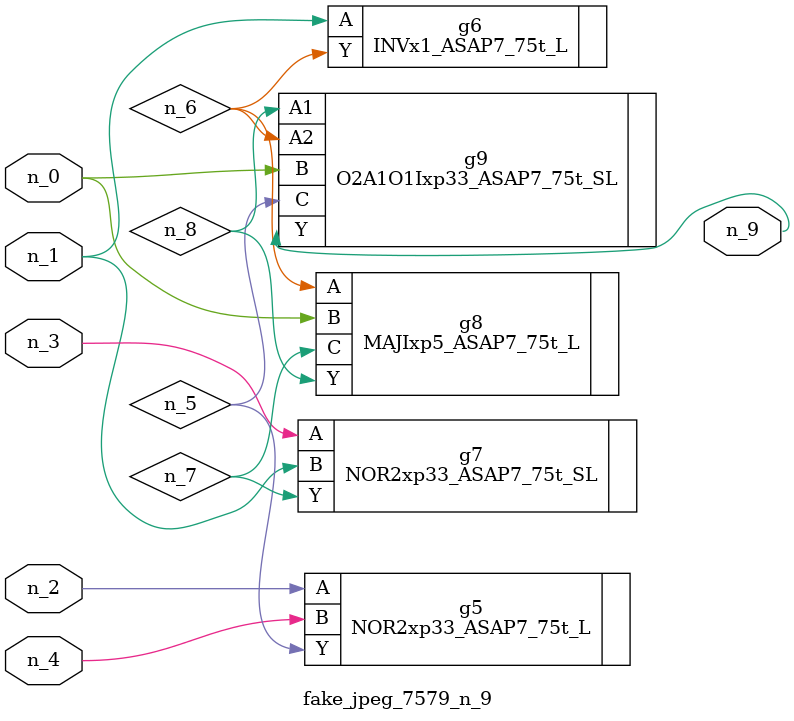
<source format=v>
module fake_jpeg_7579_n_9 (n_3, n_2, n_1, n_0, n_4, n_9);

input n_3;
input n_2;
input n_1;
input n_0;
input n_4;

output n_9;

wire n_8;
wire n_6;
wire n_5;
wire n_7;

NOR2xp33_ASAP7_75t_L g5 ( 
.A(n_2),
.B(n_4),
.Y(n_5)
);

INVx1_ASAP7_75t_L g6 ( 
.A(n_1),
.Y(n_6)
);

NOR2xp33_ASAP7_75t_SL g7 ( 
.A(n_3),
.B(n_1),
.Y(n_7)
);

MAJIxp5_ASAP7_75t_L g8 ( 
.A(n_6),
.B(n_0),
.C(n_7),
.Y(n_8)
);

O2A1O1Ixp33_ASAP7_75t_SL g9 ( 
.A1(n_8),
.A2(n_6),
.B(n_0),
.C(n_5),
.Y(n_9)
);


endmodule
</source>
